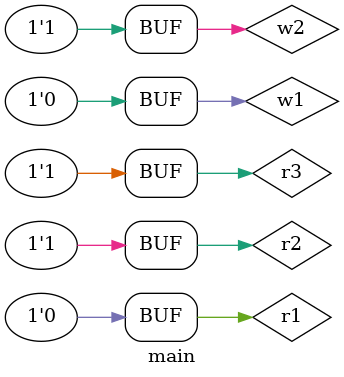
<source format=v>
module main;
	wire w1,w2,w3;
	reg r1,r2,r3;
	assign w1 = r1;
	assign w2 = r2;
	initial begin
		$monitor(w1,w2,w3,r1,r2,r3);
		r1 = 1'b0;
		r3 = !r1;
		#2
		r2 = 1'b0 | 1'b1; 
		r3 = (r2|r1)&r3;
	end
	always @(r1) begin
		#2 r2 = r1|r3;
	end
	always @(r2) begin
		#2 r2 = r1|r3;
	end
endmodule
</source>
